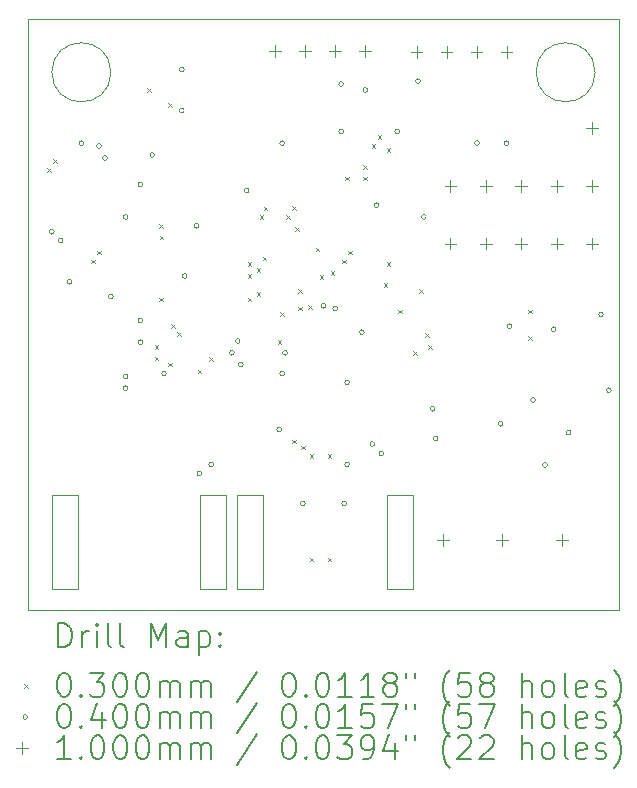
<source format=gbr>
%TF.GenerationSoftware,KiCad,Pcbnew,8.0.4*%
%TF.CreationDate,2024-08-17T22:41:11+02:00*%
%TF.ProjectId,Probe,50726f62-652e-46b6-9963-61645f706362,v1*%
%TF.SameCoordinates,Original*%
%TF.FileFunction,Drillmap*%
%TF.FilePolarity,Positive*%
%FSLAX45Y45*%
G04 Gerber Fmt 4.5, Leading zero omitted, Abs format (unit mm)*
G04 Created by KiCad (PCBNEW 8.0.4) date 2024-08-17 22:41:11*
%MOMM*%
%LPD*%
G01*
G04 APERTURE LIST*
%ADD10C,0.100000*%
%ADD11C,0.050000*%
%ADD12C,0.200000*%
G04 APERTURE END LIST*
D10*
X14800000Y-5450000D02*
G75*
G02*
X14300000Y-5450000I-250000J0D01*
G01*
X14300000Y-5450000D02*
G75*
G02*
X14800000Y-5450000I250000J0D01*
G01*
X10000000Y-5000000D02*
X15000000Y-5000000D01*
X15000000Y-10000000D01*
X10000000Y-10000000D01*
X10000000Y-5000000D01*
X10700000Y-5450000D02*
G75*
G02*
X10200000Y-5450000I-250000J0D01*
G01*
X10200000Y-5450000D02*
G75*
G02*
X10700000Y-5450000I250000J0D01*
G01*
D11*
X11765000Y-9025000D02*
X11985000Y-9025000D01*
X11985000Y-9825000D01*
X11765000Y-9825000D01*
X11765000Y-9025000D01*
X13260000Y-9825000D02*
X13040000Y-9825000D01*
X13040000Y-9025000D01*
X13260000Y-9025000D01*
X13260000Y-9825000D01*
X11672500Y-9825000D02*
X11452500Y-9825000D01*
X11452500Y-9025000D01*
X11672500Y-9025000D01*
X11672500Y-9825000D01*
X10202500Y-9025000D02*
X10422500Y-9025000D01*
X10422500Y-9825000D01*
X10202500Y-9825000D01*
X10202500Y-9025000D01*
D12*
D10*
X10160000Y-6260000D02*
X10190000Y-6290000D01*
X10190000Y-6260000D02*
X10160000Y-6290000D01*
X10210000Y-6185000D02*
X10240000Y-6215000D01*
X10240000Y-6185000D02*
X10210000Y-6215000D01*
X10535000Y-7035000D02*
X10565000Y-7065000D01*
X10565000Y-7035000D02*
X10535000Y-7065000D01*
X10585000Y-6960000D02*
X10615000Y-6990000D01*
X10615000Y-6960000D02*
X10585000Y-6990000D01*
X11010000Y-5585000D02*
X11040000Y-5615000D01*
X11040000Y-5585000D02*
X11010000Y-5615000D01*
X11072500Y-7760000D02*
X11102500Y-7790000D01*
X11102500Y-7760000D02*
X11072500Y-7790000D01*
X11072500Y-7860000D02*
X11102500Y-7890000D01*
X11102500Y-7860000D02*
X11072500Y-7890000D01*
X11110000Y-6735000D02*
X11140000Y-6765000D01*
X11140000Y-6735000D02*
X11110000Y-6765000D01*
X11110000Y-7360000D02*
X11140000Y-7390000D01*
X11140000Y-7360000D02*
X11110000Y-7390000D01*
X11113159Y-6831841D02*
X11143159Y-6861841D01*
X11143159Y-6831841D02*
X11113159Y-6861841D01*
X11185000Y-5710000D02*
X11215000Y-5740000D01*
X11215000Y-5710000D02*
X11185000Y-5740000D01*
X11185000Y-7910000D02*
X11215000Y-7940000D01*
X11215000Y-7910000D02*
X11185000Y-7940000D01*
X11210000Y-7585000D02*
X11240000Y-7615000D01*
X11240000Y-7585000D02*
X11210000Y-7615000D01*
X11260000Y-7652500D02*
X11290000Y-7682500D01*
X11290000Y-7652500D02*
X11260000Y-7682500D01*
X11435000Y-7968750D02*
X11465000Y-7998750D01*
X11465000Y-7968750D02*
X11435000Y-7998750D01*
X11535000Y-7862548D02*
X11565000Y-7892548D01*
X11565000Y-7862548D02*
X11535000Y-7892548D01*
X11860000Y-7060000D02*
X11890000Y-7090000D01*
X11890000Y-7060000D02*
X11860000Y-7090000D01*
X11860000Y-7160000D02*
X11890000Y-7190000D01*
X11890000Y-7160000D02*
X11860000Y-7190000D01*
X11860000Y-7360000D02*
X11890000Y-7390000D01*
X11890000Y-7360000D02*
X11860000Y-7390000D01*
X11935000Y-7110000D02*
X11965000Y-7140000D01*
X11965000Y-7110000D02*
X11935000Y-7140000D01*
X11935000Y-7310000D02*
X11965000Y-7340000D01*
X11965000Y-7310000D02*
X11935000Y-7340000D01*
X11960000Y-6660000D02*
X11990000Y-6690000D01*
X11990000Y-6660000D02*
X11960000Y-6690000D01*
X11985000Y-7010000D02*
X12015000Y-7040000D01*
X12015000Y-7010000D02*
X11985000Y-7040000D01*
X11994976Y-6587464D02*
X12024976Y-6617464D01*
X12024976Y-6587464D02*
X11994976Y-6617464D01*
X12112597Y-7718442D02*
X12142597Y-7748442D01*
X12142597Y-7718442D02*
X12112597Y-7748442D01*
X12135000Y-7482500D02*
X12165000Y-7512500D01*
X12165000Y-7482500D02*
X12135000Y-7512500D01*
X12185000Y-6660000D02*
X12215000Y-6690000D01*
X12215000Y-6660000D02*
X12185000Y-6690000D01*
X12235000Y-6585000D02*
X12265000Y-6615000D01*
X12265000Y-6585000D02*
X12235000Y-6615000D01*
X12235000Y-8560000D02*
X12265000Y-8590000D01*
X12265000Y-8560000D02*
X12235000Y-8590000D01*
X12260000Y-6760000D02*
X12290000Y-6790000D01*
X12290000Y-6760000D02*
X12260000Y-6790000D01*
X12285000Y-7285000D02*
X12315000Y-7315000D01*
X12315000Y-7285000D02*
X12285000Y-7315000D01*
X12285000Y-7435000D02*
X12315000Y-7465000D01*
X12315000Y-7435000D02*
X12285000Y-7465000D01*
X12310000Y-8610000D02*
X12340000Y-8640000D01*
X12340000Y-8610000D02*
X12310000Y-8640000D01*
X12370355Y-7420355D02*
X12400355Y-7450355D01*
X12400355Y-7420355D02*
X12370355Y-7450355D01*
X12385000Y-8685000D02*
X12415000Y-8715000D01*
X12415000Y-8685000D02*
X12385000Y-8715000D01*
X12385000Y-9560000D02*
X12415000Y-9590000D01*
X12415000Y-9560000D02*
X12385000Y-9590000D01*
X12435000Y-6935000D02*
X12465000Y-6965000D01*
X12465000Y-6935000D02*
X12435000Y-6965000D01*
X12470355Y-7170355D02*
X12500355Y-7200355D01*
X12500355Y-7170355D02*
X12470355Y-7200355D01*
X12535000Y-8685000D02*
X12565000Y-8715000D01*
X12565000Y-8685000D02*
X12535000Y-8715000D01*
X12535000Y-9560000D02*
X12565000Y-9590000D01*
X12565000Y-9560000D02*
X12535000Y-9590000D01*
X12560000Y-7135000D02*
X12590000Y-7165000D01*
X12590000Y-7135000D02*
X12560000Y-7165000D01*
X12660000Y-7035000D02*
X12690000Y-7065000D01*
X12690000Y-7035000D02*
X12660000Y-7065000D01*
X12685000Y-6335000D02*
X12715000Y-6365000D01*
X12715000Y-6335000D02*
X12685000Y-6365000D01*
X12710000Y-6960000D02*
X12740000Y-6990000D01*
X12740000Y-6960000D02*
X12710000Y-6990000D01*
X12835000Y-6235000D02*
X12865000Y-6265000D01*
X12865000Y-6235000D02*
X12835000Y-6265000D01*
X12835000Y-6335000D02*
X12865000Y-6365000D01*
X12865000Y-6335000D02*
X12835000Y-6365000D01*
X12910000Y-6060000D02*
X12940000Y-6090000D01*
X12940000Y-6060000D02*
X12910000Y-6090000D01*
X12960000Y-5985000D02*
X12990000Y-6015000D01*
X12990000Y-5985000D02*
X12960000Y-6015000D01*
X13010000Y-7235000D02*
X13040000Y-7265000D01*
X13040000Y-7235000D02*
X13010000Y-7265000D01*
X13035000Y-6095000D02*
X13065000Y-6125000D01*
X13065000Y-6095000D02*
X13035000Y-6125000D01*
X13035000Y-7060000D02*
X13065000Y-7090000D01*
X13065000Y-7060000D02*
X13035000Y-7090000D01*
X13135000Y-7460000D02*
X13165000Y-7490000D01*
X13165000Y-7460000D02*
X13135000Y-7490000D01*
X13260000Y-7810000D02*
X13290000Y-7840000D01*
X13290000Y-7810000D02*
X13260000Y-7840000D01*
X13310000Y-7285000D02*
X13340000Y-7315000D01*
X13340000Y-7285000D02*
X13310000Y-7315000D01*
X13360000Y-7660000D02*
X13390000Y-7690000D01*
X13390000Y-7660000D02*
X13360000Y-7690000D01*
X13385000Y-7760000D02*
X13415000Y-7790000D01*
X13415000Y-7760000D02*
X13385000Y-7790000D01*
X14235000Y-7460000D02*
X14265000Y-7490000D01*
X14265000Y-7460000D02*
X14235000Y-7490000D01*
X14235000Y-7685000D02*
X14265000Y-7715000D01*
X14265000Y-7685000D02*
X14235000Y-7715000D01*
X10220000Y-6800000D02*
G75*
G02*
X10180000Y-6800000I-20000J0D01*
G01*
X10180000Y-6800000D02*
G75*
G02*
X10220000Y-6800000I20000J0D01*
G01*
X10295000Y-6875000D02*
G75*
G02*
X10255000Y-6875000I-20000J0D01*
G01*
X10255000Y-6875000D02*
G75*
G02*
X10295000Y-6875000I20000J0D01*
G01*
X10370000Y-7225000D02*
G75*
G02*
X10330000Y-7225000I-20000J0D01*
G01*
X10330000Y-7225000D02*
G75*
G02*
X10370000Y-7225000I20000J0D01*
G01*
X10470000Y-6050000D02*
G75*
G02*
X10430000Y-6050000I-20000J0D01*
G01*
X10430000Y-6050000D02*
G75*
G02*
X10470000Y-6050000I20000J0D01*
G01*
X10620000Y-6075000D02*
G75*
G02*
X10580000Y-6075000I-20000J0D01*
G01*
X10580000Y-6075000D02*
G75*
G02*
X10620000Y-6075000I20000J0D01*
G01*
X10670000Y-6175000D02*
G75*
G02*
X10630000Y-6175000I-20000J0D01*
G01*
X10630000Y-6175000D02*
G75*
G02*
X10670000Y-6175000I20000J0D01*
G01*
X10720000Y-7350000D02*
G75*
G02*
X10680000Y-7350000I-20000J0D01*
G01*
X10680000Y-7350000D02*
G75*
G02*
X10720000Y-7350000I20000J0D01*
G01*
X10845000Y-6675000D02*
G75*
G02*
X10805000Y-6675000I-20000J0D01*
G01*
X10805000Y-6675000D02*
G75*
G02*
X10845000Y-6675000I20000J0D01*
G01*
X10845000Y-8025000D02*
G75*
G02*
X10805000Y-8025000I-20000J0D01*
G01*
X10805000Y-8025000D02*
G75*
G02*
X10845000Y-8025000I20000J0D01*
G01*
X10845000Y-8125000D02*
G75*
G02*
X10805000Y-8125000I-20000J0D01*
G01*
X10805000Y-8125000D02*
G75*
G02*
X10845000Y-8125000I20000J0D01*
G01*
X10970000Y-6400000D02*
G75*
G02*
X10930000Y-6400000I-20000J0D01*
G01*
X10930000Y-6400000D02*
G75*
G02*
X10970000Y-6400000I20000J0D01*
G01*
X10970000Y-7550000D02*
G75*
G02*
X10930000Y-7550000I-20000J0D01*
G01*
X10930000Y-7550000D02*
G75*
G02*
X10970000Y-7550000I20000J0D01*
G01*
X10970000Y-7735000D02*
G75*
G02*
X10930000Y-7735000I-20000J0D01*
G01*
X10930000Y-7735000D02*
G75*
G02*
X10970000Y-7735000I20000J0D01*
G01*
X11070000Y-6150000D02*
G75*
G02*
X11030000Y-6150000I-20000J0D01*
G01*
X11030000Y-6150000D02*
G75*
G02*
X11070000Y-6150000I20000J0D01*
G01*
X11170000Y-8000000D02*
G75*
G02*
X11130000Y-8000000I-20000J0D01*
G01*
X11130000Y-8000000D02*
G75*
G02*
X11170000Y-8000000I20000J0D01*
G01*
X11320000Y-5425000D02*
G75*
G02*
X11280000Y-5425000I-20000J0D01*
G01*
X11280000Y-5425000D02*
G75*
G02*
X11320000Y-5425000I20000J0D01*
G01*
X11320000Y-5775000D02*
G75*
G02*
X11280000Y-5775000I-20000J0D01*
G01*
X11280000Y-5775000D02*
G75*
G02*
X11320000Y-5775000I20000J0D01*
G01*
X11345000Y-7175000D02*
G75*
G02*
X11305000Y-7175000I-20000J0D01*
G01*
X11305000Y-7175000D02*
G75*
G02*
X11345000Y-7175000I20000J0D01*
G01*
X11445000Y-6750000D02*
G75*
G02*
X11405000Y-6750000I-20000J0D01*
G01*
X11405000Y-6750000D02*
G75*
G02*
X11445000Y-6750000I20000J0D01*
G01*
X11470000Y-8847500D02*
G75*
G02*
X11430000Y-8847500I-20000J0D01*
G01*
X11430000Y-8847500D02*
G75*
G02*
X11470000Y-8847500I20000J0D01*
G01*
X11570000Y-8770000D02*
G75*
G02*
X11530000Y-8770000I-20000J0D01*
G01*
X11530000Y-8770000D02*
G75*
G02*
X11570000Y-8770000I20000J0D01*
G01*
X11745000Y-7825000D02*
G75*
G02*
X11705000Y-7825000I-20000J0D01*
G01*
X11705000Y-7825000D02*
G75*
G02*
X11745000Y-7825000I20000J0D01*
G01*
X11795000Y-7725000D02*
G75*
G02*
X11755000Y-7725000I-20000J0D01*
G01*
X11755000Y-7725000D02*
G75*
G02*
X11795000Y-7725000I20000J0D01*
G01*
X11820000Y-7925000D02*
G75*
G02*
X11780000Y-7925000I-20000J0D01*
G01*
X11780000Y-7925000D02*
G75*
G02*
X11820000Y-7925000I20000J0D01*
G01*
X11870000Y-6450000D02*
G75*
G02*
X11830000Y-6450000I-20000J0D01*
G01*
X11830000Y-6450000D02*
G75*
G02*
X11870000Y-6450000I20000J0D01*
G01*
X12145000Y-8475000D02*
G75*
G02*
X12105000Y-8475000I-20000J0D01*
G01*
X12105000Y-8475000D02*
G75*
G02*
X12145000Y-8475000I20000J0D01*
G01*
X12170000Y-6050000D02*
G75*
G02*
X12130000Y-6050000I-20000J0D01*
G01*
X12130000Y-6050000D02*
G75*
G02*
X12170000Y-6050000I20000J0D01*
G01*
X12170000Y-8000000D02*
G75*
G02*
X12130000Y-8000000I-20000J0D01*
G01*
X12130000Y-8000000D02*
G75*
G02*
X12170000Y-8000000I20000J0D01*
G01*
X12195000Y-7825000D02*
G75*
G02*
X12155000Y-7825000I-20000J0D01*
G01*
X12155000Y-7825000D02*
G75*
G02*
X12195000Y-7825000I20000J0D01*
G01*
X12345000Y-9100000D02*
G75*
G02*
X12305000Y-9100000I-20000J0D01*
G01*
X12305000Y-9100000D02*
G75*
G02*
X12345000Y-9100000I20000J0D01*
G01*
X12520719Y-7427500D02*
G75*
G02*
X12480719Y-7427500I-20000J0D01*
G01*
X12480719Y-7427500D02*
G75*
G02*
X12520719Y-7427500I20000J0D01*
G01*
X12620000Y-7450000D02*
G75*
G02*
X12580000Y-7450000I-20000J0D01*
G01*
X12580000Y-7450000D02*
G75*
G02*
X12620000Y-7450000I20000J0D01*
G01*
X12670000Y-5550000D02*
G75*
G02*
X12630000Y-5550000I-20000J0D01*
G01*
X12630000Y-5550000D02*
G75*
G02*
X12670000Y-5550000I20000J0D01*
G01*
X12670000Y-5950000D02*
G75*
G02*
X12630000Y-5950000I-20000J0D01*
G01*
X12630000Y-5950000D02*
G75*
G02*
X12670000Y-5950000I20000J0D01*
G01*
X12695000Y-9100000D02*
G75*
G02*
X12655000Y-9100000I-20000J0D01*
G01*
X12655000Y-9100000D02*
G75*
G02*
X12695000Y-9100000I20000J0D01*
G01*
X12720000Y-8075000D02*
G75*
G02*
X12680000Y-8075000I-20000J0D01*
G01*
X12680000Y-8075000D02*
G75*
G02*
X12720000Y-8075000I20000J0D01*
G01*
X12720000Y-8770000D02*
G75*
G02*
X12680000Y-8770000I-20000J0D01*
G01*
X12680000Y-8770000D02*
G75*
G02*
X12720000Y-8770000I20000J0D01*
G01*
X12845000Y-7650000D02*
G75*
G02*
X12805000Y-7650000I-20000J0D01*
G01*
X12805000Y-7650000D02*
G75*
G02*
X12845000Y-7650000I20000J0D01*
G01*
X12875000Y-5600000D02*
G75*
G02*
X12835000Y-5600000I-20000J0D01*
G01*
X12835000Y-5600000D02*
G75*
G02*
X12875000Y-5600000I20000J0D01*
G01*
X12933358Y-8597500D02*
G75*
G02*
X12893358Y-8597500I-20000J0D01*
G01*
X12893358Y-8597500D02*
G75*
G02*
X12933358Y-8597500I20000J0D01*
G01*
X12970000Y-6575000D02*
G75*
G02*
X12930000Y-6575000I-20000J0D01*
G01*
X12930000Y-6575000D02*
G75*
G02*
X12970000Y-6575000I20000J0D01*
G01*
X13010858Y-8677500D02*
G75*
G02*
X12970858Y-8677500I-20000J0D01*
G01*
X12970858Y-8677500D02*
G75*
G02*
X13010858Y-8677500I20000J0D01*
G01*
X13145000Y-5950000D02*
G75*
G02*
X13105000Y-5950000I-20000J0D01*
G01*
X13105000Y-5950000D02*
G75*
G02*
X13145000Y-5950000I20000J0D01*
G01*
X13320000Y-5525000D02*
G75*
G02*
X13280000Y-5525000I-20000J0D01*
G01*
X13280000Y-5525000D02*
G75*
G02*
X13320000Y-5525000I20000J0D01*
G01*
X13370000Y-6675000D02*
G75*
G02*
X13330000Y-6675000I-20000J0D01*
G01*
X13330000Y-6675000D02*
G75*
G02*
X13370000Y-6675000I20000J0D01*
G01*
X13445000Y-8300000D02*
G75*
G02*
X13405000Y-8300000I-20000J0D01*
G01*
X13405000Y-8300000D02*
G75*
G02*
X13445000Y-8300000I20000J0D01*
G01*
X13470000Y-8550000D02*
G75*
G02*
X13430000Y-8550000I-20000J0D01*
G01*
X13430000Y-8550000D02*
G75*
G02*
X13470000Y-8550000I20000J0D01*
G01*
X13820000Y-6050000D02*
G75*
G02*
X13780000Y-6050000I-20000J0D01*
G01*
X13780000Y-6050000D02*
G75*
G02*
X13820000Y-6050000I20000J0D01*
G01*
X14020000Y-8425000D02*
G75*
G02*
X13980000Y-8425000I-20000J0D01*
G01*
X13980000Y-8425000D02*
G75*
G02*
X14020000Y-8425000I20000J0D01*
G01*
X14070000Y-6050000D02*
G75*
G02*
X14030000Y-6050000I-20000J0D01*
G01*
X14030000Y-6050000D02*
G75*
G02*
X14070000Y-6050000I20000J0D01*
G01*
X14095000Y-7600000D02*
G75*
G02*
X14055000Y-7600000I-20000J0D01*
G01*
X14055000Y-7600000D02*
G75*
G02*
X14095000Y-7600000I20000J0D01*
G01*
X14295000Y-8225000D02*
G75*
G02*
X14255000Y-8225000I-20000J0D01*
G01*
X14255000Y-8225000D02*
G75*
G02*
X14295000Y-8225000I20000J0D01*
G01*
X14395000Y-8775000D02*
G75*
G02*
X14355000Y-8775000I-20000J0D01*
G01*
X14355000Y-8775000D02*
G75*
G02*
X14395000Y-8775000I20000J0D01*
G01*
X14470000Y-7625000D02*
G75*
G02*
X14430000Y-7625000I-20000J0D01*
G01*
X14430000Y-7625000D02*
G75*
G02*
X14470000Y-7625000I20000J0D01*
G01*
X14595000Y-8500000D02*
G75*
G02*
X14555000Y-8500000I-20000J0D01*
G01*
X14555000Y-8500000D02*
G75*
G02*
X14595000Y-8500000I20000J0D01*
G01*
X14870000Y-7500000D02*
G75*
G02*
X14830000Y-7500000I-20000J0D01*
G01*
X14830000Y-7500000D02*
G75*
G02*
X14870000Y-7500000I20000J0D01*
G01*
X14936250Y-8141250D02*
G75*
G02*
X14896250Y-8141250I-20000J0D01*
G01*
X14896250Y-8141250D02*
G75*
G02*
X14936250Y-8141250I20000J0D01*
G01*
X12093000Y-5222500D02*
X12093000Y-5322500D01*
X12043000Y-5272500D02*
X12143000Y-5272500D01*
X12347000Y-5222500D02*
X12347000Y-5322500D01*
X12297000Y-5272500D02*
X12397000Y-5272500D01*
X12601000Y-5222500D02*
X12601000Y-5322500D01*
X12551000Y-5272500D02*
X12651000Y-5272500D01*
X12855000Y-5222500D02*
X12855000Y-5322500D01*
X12805000Y-5272500D02*
X12905000Y-5272500D01*
X13288000Y-5225000D02*
X13288000Y-5325000D01*
X13238000Y-5275000D02*
X13338000Y-5275000D01*
X13512500Y-9362500D02*
X13512500Y-9462500D01*
X13462500Y-9412500D02*
X13562500Y-9412500D01*
X13542000Y-5225000D02*
X13542000Y-5325000D01*
X13492000Y-5275000D02*
X13592000Y-5275000D01*
X13575000Y-6363500D02*
X13575000Y-6463500D01*
X13525000Y-6413500D02*
X13625000Y-6413500D01*
X13575000Y-6850000D02*
X13575000Y-6950000D01*
X13525000Y-6900000D02*
X13625000Y-6900000D01*
X13796000Y-5225000D02*
X13796000Y-5325000D01*
X13746000Y-5275000D02*
X13846000Y-5275000D01*
X13875000Y-6363500D02*
X13875000Y-6463500D01*
X13825000Y-6413500D02*
X13925000Y-6413500D01*
X13875000Y-6850000D02*
X13875000Y-6950000D01*
X13825000Y-6900000D02*
X13925000Y-6900000D01*
X14012500Y-9362500D02*
X14012500Y-9462500D01*
X13962500Y-9412500D02*
X14062500Y-9412500D01*
X14050000Y-5225000D02*
X14050000Y-5325000D01*
X14000000Y-5275000D02*
X14100000Y-5275000D01*
X14175000Y-6363500D02*
X14175000Y-6463500D01*
X14125000Y-6413500D02*
X14225000Y-6413500D01*
X14175000Y-6850000D02*
X14175000Y-6950000D01*
X14125000Y-6900000D02*
X14225000Y-6900000D01*
X14475000Y-6363500D02*
X14475000Y-6463500D01*
X14425000Y-6413500D02*
X14525000Y-6413500D01*
X14475000Y-6850000D02*
X14475000Y-6950000D01*
X14425000Y-6900000D02*
X14525000Y-6900000D01*
X14522500Y-9362500D02*
X14522500Y-9462500D01*
X14472500Y-9412500D02*
X14572500Y-9412500D01*
X14775000Y-5875000D02*
X14775000Y-5975000D01*
X14725000Y-5925000D02*
X14825000Y-5925000D01*
X14775000Y-6363500D02*
X14775000Y-6463500D01*
X14725000Y-6413500D02*
X14825000Y-6413500D01*
X14775000Y-6850000D02*
X14775000Y-6950000D01*
X14725000Y-6900000D02*
X14825000Y-6900000D01*
D12*
X10255777Y-10316484D02*
X10255777Y-10116484D01*
X10255777Y-10116484D02*
X10303396Y-10116484D01*
X10303396Y-10116484D02*
X10331967Y-10126008D01*
X10331967Y-10126008D02*
X10351015Y-10145055D01*
X10351015Y-10145055D02*
X10360539Y-10164103D01*
X10360539Y-10164103D02*
X10370063Y-10202198D01*
X10370063Y-10202198D02*
X10370063Y-10230770D01*
X10370063Y-10230770D02*
X10360539Y-10268865D01*
X10360539Y-10268865D02*
X10351015Y-10287912D01*
X10351015Y-10287912D02*
X10331967Y-10306960D01*
X10331967Y-10306960D02*
X10303396Y-10316484D01*
X10303396Y-10316484D02*
X10255777Y-10316484D01*
X10455777Y-10316484D02*
X10455777Y-10183150D01*
X10455777Y-10221246D02*
X10465301Y-10202198D01*
X10465301Y-10202198D02*
X10474824Y-10192674D01*
X10474824Y-10192674D02*
X10493872Y-10183150D01*
X10493872Y-10183150D02*
X10512920Y-10183150D01*
X10579586Y-10316484D02*
X10579586Y-10183150D01*
X10579586Y-10116484D02*
X10570063Y-10126008D01*
X10570063Y-10126008D02*
X10579586Y-10135531D01*
X10579586Y-10135531D02*
X10589110Y-10126008D01*
X10589110Y-10126008D02*
X10579586Y-10116484D01*
X10579586Y-10116484D02*
X10579586Y-10135531D01*
X10703396Y-10316484D02*
X10684348Y-10306960D01*
X10684348Y-10306960D02*
X10674824Y-10287912D01*
X10674824Y-10287912D02*
X10674824Y-10116484D01*
X10808158Y-10316484D02*
X10789110Y-10306960D01*
X10789110Y-10306960D02*
X10779586Y-10287912D01*
X10779586Y-10287912D02*
X10779586Y-10116484D01*
X11036729Y-10316484D02*
X11036729Y-10116484D01*
X11036729Y-10116484D02*
X11103396Y-10259341D01*
X11103396Y-10259341D02*
X11170063Y-10116484D01*
X11170063Y-10116484D02*
X11170063Y-10316484D01*
X11351015Y-10316484D02*
X11351015Y-10211722D01*
X11351015Y-10211722D02*
X11341491Y-10192674D01*
X11341491Y-10192674D02*
X11322443Y-10183150D01*
X11322443Y-10183150D02*
X11284348Y-10183150D01*
X11284348Y-10183150D02*
X11265301Y-10192674D01*
X11351015Y-10306960D02*
X11331967Y-10316484D01*
X11331967Y-10316484D02*
X11284348Y-10316484D01*
X11284348Y-10316484D02*
X11265301Y-10306960D01*
X11265301Y-10306960D02*
X11255777Y-10287912D01*
X11255777Y-10287912D02*
X11255777Y-10268865D01*
X11255777Y-10268865D02*
X11265301Y-10249817D01*
X11265301Y-10249817D02*
X11284348Y-10240293D01*
X11284348Y-10240293D02*
X11331967Y-10240293D01*
X11331967Y-10240293D02*
X11351015Y-10230770D01*
X11446253Y-10183150D02*
X11446253Y-10383150D01*
X11446253Y-10192674D02*
X11465301Y-10183150D01*
X11465301Y-10183150D02*
X11503396Y-10183150D01*
X11503396Y-10183150D02*
X11522443Y-10192674D01*
X11522443Y-10192674D02*
X11531967Y-10202198D01*
X11531967Y-10202198D02*
X11541491Y-10221246D01*
X11541491Y-10221246D02*
X11541491Y-10278389D01*
X11541491Y-10278389D02*
X11531967Y-10297436D01*
X11531967Y-10297436D02*
X11522443Y-10306960D01*
X11522443Y-10306960D02*
X11503396Y-10316484D01*
X11503396Y-10316484D02*
X11465301Y-10316484D01*
X11465301Y-10316484D02*
X11446253Y-10306960D01*
X11627205Y-10297436D02*
X11636729Y-10306960D01*
X11636729Y-10306960D02*
X11627205Y-10316484D01*
X11627205Y-10316484D02*
X11617682Y-10306960D01*
X11617682Y-10306960D02*
X11627205Y-10297436D01*
X11627205Y-10297436D02*
X11627205Y-10316484D01*
X11627205Y-10192674D02*
X11636729Y-10202198D01*
X11636729Y-10202198D02*
X11627205Y-10211722D01*
X11627205Y-10211722D02*
X11617682Y-10202198D01*
X11617682Y-10202198D02*
X11627205Y-10192674D01*
X11627205Y-10192674D02*
X11627205Y-10211722D01*
D10*
X9965000Y-10630000D02*
X9995000Y-10660000D01*
X9995000Y-10630000D02*
X9965000Y-10660000D01*
D12*
X10293872Y-10536484D02*
X10312920Y-10536484D01*
X10312920Y-10536484D02*
X10331967Y-10546008D01*
X10331967Y-10546008D02*
X10341491Y-10555531D01*
X10341491Y-10555531D02*
X10351015Y-10574579D01*
X10351015Y-10574579D02*
X10360539Y-10612674D01*
X10360539Y-10612674D02*
X10360539Y-10660293D01*
X10360539Y-10660293D02*
X10351015Y-10698389D01*
X10351015Y-10698389D02*
X10341491Y-10717436D01*
X10341491Y-10717436D02*
X10331967Y-10726960D01*
X10331967Y-10726960D02*
X10312920Y-10736484D01*
X10312920Y-10736484D02*
X10293872Y-10736484D01*
X10293872Y-10736484D02*
X10274824Y-10726960D01*
X10274824Y-10726960D02*
X10265301Y-10717436D01*
X10265301Y-10717436D02*
X10255777Y-10698389D01*
X10255777Y-10698389D02*
X10246253Y-10660293D01*
X10246253Y-10660293D02*
X10246253Y-10612674D01*
X10246253Y-10612674D02*
X10255777Y-10574579D01*
X10255777Y-10574579D02*
X10265301Y-10555531D01*
X10265301Y-10555531D02*
X10274824Y-10546008D01*
X10274824Y-10546008D02*
X10293872Y-10536484D01*
X10446253Y-10717436D02*
X10455777Y-10726960D01*
X10455777Y-10726960D02*
X10446253Y-10736484D01*
X10446253Y-10736484D02*
X10436729Y-10726960D01*
X10436729Y-10726960D02*
X10446253Y-10717436D01*
X10446253Y-10717436D02*
X10446253Y-10736484D01*
X10522444Y-10536484D02*
X10646253Y-10536484D01*
X10646253Y-10536484D02*
X10579586Y-10612674D01*
X10579586Y-10612674D02*
X10608158Y-10612674D01*
X10608158Y-10612674D02*
X10627205Y-10622198D01*
X10627205Y-10622198D02*
X10636729Y-10631722D01*
X10636729Y-10631722D02*
X10646253Y-10650770D01*
X10646253Y-10650770D02*
X10646253Y-10698389D01*
X10646253Y-10698389D02*
X10636729Y-10717436D01*
X10636729Y-10717436D02*
X10627205Y-10726960D01*
X10627205Y-10726960D02*
X10608158Y-10736484D01*
X10608158Y-10736484D02*
X10551015Y-10736484D01*
X10551015Y-10736484D02*
X10531967Y-10726960D01*
X10531967Y-10726960D02*
X10522444Y-10717436D01*
X10770063Y-10536484D02*
X10789110Y-10536484D01*
X10789110Y-10536484D02*
X10808158Y-10546008D01*
X10808158Y-10546008D02*
X10817682Y-10555531D01*
X10817682Y-10555531D02*
X10827205Y-10574579D01*
X10827205Y-10574579D02*
X10836729Y-10612674D01*
X10836729Y-10612674D02*
X10836729Y-10660293D01*
X10836729Y-10660293D02*
X10827205Y-10698389D01*
X10827205Y-10698389D02*
X10817682Y-10717436D01*
X10817682Y-10717436D02*
X10808158Y-10726960D01*
X10808158Y-10726960D02*
X10789110Y-10736484D01*
X10789110Y-10736484D02*
X10770063Y-10736484D01*
X10770063Y-10736484D02*
X10751015Y-10726960D01*
X10751015Y-10726960D02*
X10741491Y-10717436D01*
X10741491Y-10717436D02*
X10731967Y-10698389D01*
X10731967Y-10698389D02*
X10722444Y-10660293D01*
X10722444Y-10660293D02*
X10722444Y-10612674D01*
X10722444Y-10612674D02*
X10731967Y-10574579D01*
X10731967Y-10574579D02*
X10741491Y-10555531D01*
X10741491Y-10555531D02*
X10751015Y-10546008D01*
X10751015Y-10546008D02*
X10770063Y-10536484D01*
X10960539Y-10536484D02*
X10979586Y-10536484D01*
X10979586Y-10536484D02*
X10998634Y-10546008D01*
X10998634Y-10546008D02*
X11008158Y-10555531D01*
X11008158Y-10555531D02*
X11017682Y-10574579D01*
X11017682Y-10574579D02*
X11027205Y-10612674D01*
X11027205Y-10612674D02*
X11027205Y-10660293D01*
X11027205Y-10660293D02*
X11017682Y-10698389D01*
X11017682Y-10698389D02*
X11008158Y-10717436D01*
X11008158Y-10717436D02*
X10998634Y-10726960D01*
X10998634Y-10726960D02*
X10979586Y-10736484D01*
X10979586Y-10736484D02*
X10960539Y-10736484D01*
X10960539Y-10736484D02*
X10941491Y-10726960D01*
X10941491Y-10726960D02*
X10931967Y-10717436D01*
X10931967Y-10717436D02*
X10922444Y-10698389D01*
X10922444Y-10698389D02*
X10912920Y-10660293D01*
X10912920Y-10660293D02*
X10912920Y-10612674D01*
X10912920Y-10612674D02*
X10922444Y-10574579D01*
X10922444Y-10574579D02*
X10931967Y-10555531D01*
X10931967Y-10555531D02*
X10941491Y-10546008D01*
X10941491Y-10546008D02*
X10960539Y-10536484D01*
X11112920Y-10736484D02*
X11112920Y-10603150D01*
X11112920Y-10622198D02*
X11122444Y-10612674D01*
X11122444Y-10612674D02*
X11141491Y-10603150D01*
X11141491Y-10603150D02*
X11170063Y-10603150D01*
X11170063Y-10603150D02*
X11189110Y-10612674D01*
X11189110Y-10612674D02*
X11198634Y-10631722D01*
X11198634Y-10631722D02*
X11198634Y-10736484D01*
X11198634Y-10631722D02*
X11208158Y-10612674D01*
X11208158Y-10612674D02*
X11227205Y-10603150D01*
X11227205Y-10603150D02*
X11255777Y-10603150D01*
X11255777Y-10603150D02*
X11274824Y-10612674D01*
X11274824Y-10612674D02*
X11284348Y-10631722D01*
X11284348Y-10631722D02*
X11284348Y-10736484D01*
X11379586Y-10736484D02*
X11379586Y-10603150D01*
X11379586Y-10622198D02*
X11389110Y-10612674D01*
X11389110Y-10612674D02*
X11408158Y-10603150D01*
X11408158Y-10603150D02*
X11436729Y-10603150D01*
X11436729Y-10603150D02*
X11455777Y-10612674D01*
X11455777Y-10612674D02*
X11465301Y-10631722D01*
X11465301Y-10631722D02*
X11465301Y-10736484D01*
X11465301Y-10631722D02*
X11474824Y-10612674D01*
X11474824Y-10612674D02*
X11493872Y-10603150D01*
X11493872Y-10603150D02*
X11522443Y-10603150D01*
X11522443Y-10603150D02*
X11541491Y-10612674D01*
X11541491Y-10612674D02*
X11551015Y-10631722D01*
X11551015Y-10631722D02*
X11551015Y-10736484D01*
X11941491Y-10526960D02*
X11770063Y-10784103D01*
X12198634Y-10536484D02*
X12217682Y-10536484D01*
X12217682Y-10536484D02*
X12236729Y-10546008D01*
X12236729Y-10546008D02*
X12246253Y-10555531D01*
X12246253Y-10555531D02*
X12255777Y-10574579D01*
X12255777Y-10574579D02*
X12265301Y-10612674D01*
X12265301Y-10612674D02*
X12265301Y-10660293D01*
X12265301Y-10660293D02*
X12255777Y-10698389D01*
X12255777Y-10698389D02*
X12246253Y-10717436D01*
X12246253Y-10717436D02*
X12236729Y-10726960D01*
X12236729Y-10726960D02*
X12217682Y-10736484D01*
X12217682Y-10736484D02*
X12198634Y-10736484D01*
X12198634Y-10736484D02*
X12179586Y-10726960D01*
X12179586Y-10726960D02*
X12170063Y-10717436D01*
X12170063Y-10717436D02*
X12160539Y-10698389D01*
X12160539Y-10698389D02*
X12151015Y-10660293D01*
X12151015Y-10660293D02*
X12151015Y-10612674D01*
X12151015Y-10612674D02*
X12160539Y-10574579D01*
X12160539Y-10574579D02*
X12170063Y-10555531D01*
X12170063Y-10555531D02*
X12179586Y-10546008D01*
X12179586Y-10546008D02*
X12198634Y-10536484D01*
X12351015Y-10717436D02*
X12360539Y-10726960D01*
X12360539Y-10726960D02*
X12351015Y-10736484D01*
X12351015Y-10736484D02*
X12341491Y-10726960D01*
X12341491Y-10726960D02*
X12351015Y-10717436D01*
X12351015Y-10717436D02*
X12351015Y-10736484D01*
X12484348Y-10536484D02*
X12503396Y-10536484D01*
X12503396Y-10536484D02*
X12522444Y-10546008D01*
X12522444Y-10546008D02*
X12531967Y-10555531D01*
X12531967Y-10555531D02*
X12541491Y-10574579D01*
X12541491Y-10574579D02*
X12551015Y-10612674D01*
X12551015Y-10612674D02*
X12551015Y-10660293D01*
X12551015Y-10660293D02*
X12541491Y-10698389D01*
X12541491Y-10698389D02*
X12531967Y-10717436D01*
X12531967Y-10717436D02*
X12522444Y-10726960D01*
X12522444Y-10726960D02*
X12503396Y-10736484D01*
X12503396Y-10736484D02*
X12484348Y-10736484D01*
X12484348Y-10736484D02*
X12465301Y-10726960D01*
X12465301Y-10726960D02*
X12455777Y-10717436D01*
X12455777Y-10717436D02*
X12446253Y-10698389D01*
X12446253Y-10698389D02*
X12436729Y-10660293D01*
X12436729Y-10660293D02*
X12436729Y-10612674D01*
X12436729Y-10612674D02*
X12446253Y-10574579D01*
X12446253Y-10574579D02*
X12455777Y-10555531D01*
X12455777Y-10555531D02*
X12465301Y-10546008D01*
X12465301Y-10546008D02*
X12484348Y-10536484D01*
X12741491Y-10736484D02*
X12627206Y-10736484D01*
X12684348Y-10736484D02*
X12684348Y-10536484D01*
X12684348Y-10536484D02*
X12665301Y-10565055D01*
X12665301Y-10565055D02*
X12646253Y-10584103D01*
X12646253Y-10584103D02*
X12627206Y-10593627D01*
X12931967Y-10736484D02*
X12817682Y-10736484D01*
X12874825Y-10736484D02*
X12874825Y-10536484D01*
X12874825Y-10536484D02*
X12855777Y-10565055D01*
X12855777Y-10565055D02*
X12836729Y-10584103D01*
X12836729Y-10584103D02*
X12817682Y-10593627D01*
X13046253Y-10622198D02*
X13027206Y-10612674D01*
X13027206Y-10612674D02*
X13017682Y-10603150D01*
X13017682Y-10603150D02*
X13008158Y-10584103D01*
X13008158Y-10584103D02*
X13008158Y-10574579D01*
X13008158Y-10574579D02*
X13017682Y-10555531D01*
X13017682Y-10555531D02*
X13027206Y-10546008D01*
X13027206Y-10546008D02*
X13046253Y-10536484D01*
X13046253Y-10536484D02*
X13084348Y-10536484D01*
X13084348Y-10536484D02*
X13103396Y-10546008D01*
X13103396Y-10546008D02*
X13112920Y-10555531D01*
X13112920Y-10555531D02*
X13122444Y-10574579D01*
X13122444Y-10574579D02*
X13122444Y-10584103D01*
X13122444Y-10584103D02*
X13112920Y-10603150D01*
X13112920Y-10603150D02*
X13103396Y-10612674D01*
X13103396Y-10612674D02*
X13084348Y-10622198D01*
X13084348Y-10622198D02*
X13046253Y-10622198D01*
X13046253Y-10622198D02*
X13027206Y-10631722D01*
X13027206Y-10631722D02*
X13017682Y-10641246D01*
X13017682Y-10641246D02*
X13008158Y-10660293D01*
X13008158Y-10660293D02*
X13008158Y-10698389D01*
X13008158Y-10698389D02*
X13017682Y-10717436D01*
X13017682Y-10717436D02*
X13027206Y-10726960D01*
X13027206Y-10726960D02*
X13046253Y-10736484D01*
X13046253Y-10736484D02*
X13084348Y-10736484D01*
X13084348Y-10736484D02*
X13103396Y-10726960D01*
X13103396Y-10726960D02*
X13112920Y-10717436D01*
X13112920Y-10717436D02*
X13122444Y-10698389D01*
X13122444Y-10698389D02*
X13122444Y-10660293D01*
X13122444Y-10660293D02*
X13112920Y-10641246D01*
X13112920Y-10641246D02*
X13103396Y-10631722D01*
X13103396Y-10631722D02*
X13084348Y-10622198D01*
X13198634Y-10536484D02*
X13198634Y-10574579D01*
X13274825Y-10536484D02*
X13274825Y-10574579D01*
X13570063Y-10812674D02*
X13560539Y-10803150D01*
X13560539Y-10803150D02*
X13541491Y-10774579D01*
X13541491Y-10774579D02*
X13531968Y-10755531D01*
X13531968Y-10755531D02*
X13522444Y-10726960D01*
X13522444Y-10726960D02*
X13512920Y-10679341D01*
X13512920Y-10679341D02*
X13512920Y-10641246D01*
X13512920Y-10641246D02*
X13522444Y-10593627D01*
X13522444Y-10593627D02*
X13531968Y-10565055D01*
X13531968Y-10565055D02*
X13541491Y-10546008D01*
X13541491Y-10546008D02*
X13560539Y-10517436D01*
X13560539Y-10517436D02*
X13570063Y-10507912D01*
X13741491Y-10536484D02*
X13646253Y-10536484D01*
X13646253Y-10536484D02*
X13636729Y-10631722D01*
X13636729Y-10631722D02*
X13646253Y-10622198D01*
X13646253Y-10622198D02*
X13665301Y-10612674D01*
X13665301Y-10612674D02*
X13712920Y-10612674D01*
X13712920Y-10612674D02*
X13731968Y-10622198D01*
X13731968Y-10622198D02*
X13741491Y-10631722D01*
X13741491Y-10631722D02*
X13751015Y-10650770D01*
X13751015Y-10650770D02*
X13751015Y-10698389D01*
X13751015Y-10698389D02*
X13741491Y-10717436D01*
X13741491Y-10717436D02*
X13731968Y-10726960D01*
X13731968Y-10726960D02*
X13712920Y-10736484D01*
X13712920Y-10736484D02*
X13665301Y-10736484D01*
X13665301Y-10736484D02*
X13646253Y-10726960D01*
X13646253Y-10726960D02*
X13636729Y-10717436D01*
X13865301Y-10622198D02*
X13846253Y-10612674D01*
X13846253Y-10612674D02*
X13836729Y-10603150D01*
X13836729Y-10603150D02*
X13827206Y-10584103D01*
X13827206Y-10584103D02*
X13827206Y-10574579D01*
X13827206Y-10574579D02*
X13836729Y-10555531D01*
X13836729Y-10555531D02*
X13846253Y-10546008D01*
X13846253Y-10546008D02*
X13865301Y-10536484D01*
X13865301Y-10536484D02*
X13903396Y-10536484D01*
X13903396Y-10536484D02*
X13922444Y-10546008D01*
X13922444Y-10546008D02*
X13931968Y-10555531D01*
X13931968Y-10555531D02*
X13941491Y-10574579D01*
X13941491Y-10574579D02*
X13941491Y-10584103D01*
X13941491Y-10584103D02*
X13931968Y-10603150D01*
X13931968Y-10603150D02*
X13922444Y-10612674D01*
X13922444Y-10612674D02*
X13903396Y-10622198D01*
X13903396Y-10622198D02*
X13865301Y-10622198D01*
X13865301Y-10622198D02*
X13846253Y-10631722D01*
X13846253Y-10631722D02*
X13836729Y-10641246D01*
X13836729Y-10641246D02*
X13827206Y-10660293D01*
X13827206Y-10660293D02*
X13827206Y-10698389D01*
X13827206Y-10698389D02*
X13836729Y-10717436D01*
X13836729Y-10717436D02*
X13846253Y-10726960D01*
X13846253Y-10726960D02*
X13865301Y-10736484D01*
X13865301Y-10736484D02*
X13903396Y-10736484D01*
X13903396Y-10736484D02*
X13922444Y-10726960D01*
X13922444Y-10726960D02*
X13931968Y-10717436D01*
X13931968Y-10717436D02*
X13941491Y-10698389D01*
X13941491Y-10698389D02*
X13941491Y-10660293D01*
X13941491Y-10660293D02*
X13931968Y-10641246D01*
X13931968Y-10641246D02*
X13922444Y-10631722D01*
X13922444Y-10631722D02*
X13903396Y-10622198D01*
X14179587Y-10736484D02*
X14179587Y-10536484D01*
X14265301Y-10736484D02*
X14265301Y-10631722D01*
X14265301Y-10631722D02*
X14255777Y-10612674D01*
X14255777Y-10612674D02*
X14236730Y-10603150D01*
X14236730Y-10603150D02*
X14208158Y-10603150D01*
X14208158Y-10603150D02*
X14189110Y-10612674D01*
X14189110Y-10612674D02*
X14179587Y-10622198D01*
X14389110Y-10736484D02*
X14370063Y-10726960D01*
X14370063Y-10726960D02*
X14360539Y-10717436D01*
X14360539Y-10717436D02*
X14351015Y-10698389D01*
X14351015Y-10698389D02*
X14351015Y-10641246D01*
X14351015Y-10641246D02*
X14360539Y-10622198D01*
X14360539Y-10622198D02*
X14370063Y-10612674D01*
X14370063Y-10612674D02*
X14389110Y-10603150D01*
X14389110Y-10603150D02*
X14417682Y-10603150D01*
X14417682Y-10603150D02*
X14436730Y-10612674D01*
X14436730Y-10612674D02*
X14446253Y-10622198D01*
X14446253Y-10622198D02*
X14455777Y-10641246D01*
X14455777Y-10641246D02*
X14455777Y-10698389D01*
X14455777Y-10698389D02*
X14446253Y-10717436D01*
X14446253Y-10717436D02*
X14436730Y-10726960D01*
X14436730Y-10726960D02*
X14417682Y-10736484D01*
X14417682Y-10736484D02*
X14389110Y-10736484D01*
X14570063Y-10736484D02*
X14551015Y-10726960D01*
X14551015Y-10726960D02*
X14541491Y-10707912D01*
X14541491Y-10707912D02*
X14541491Y-10536484D01*
X14722444Y-10726960D02*
X14703396Y-10736484D01*
X14703396Y-10736484D02*
X14665301Y-10736484D01*
X14665301Y-10736484D02*
X14646253Y-10726960D01*
X14646253Y-10726960D02*
X14636730Y-10707912D01*
X14636730Y-10707912D02*
X14636730Y-10631722D01*
X14636730Y-10631722D02*
X14646253Y-10612674D01*
X14646253Y-10612674D02*
X14665301Y-10603150D01*
X14665301Y-10603150D02*
X14703396Y-10603150D01*
X14703396Y-10603150D02*
X14722444Y-10612674D01*
X14722444Y-10612674D02*
X14731968Y-10631722D01*
X14731968Y-10631722D02*
X14731968Y-10650770D01*
X14731968Y-10650770D02*
X14636730Y-10669817D01*
X14808158Y-10726960D02*
X14827206Y-10736484D01*
X14827206Y-10736484D02*
X14865301Y-10736484D01*
X14865301Y-10736484D02*
X14884349Y-10726960D01*
X14884349Y-10726960D02*
X14893872Y-10707912D01*
X14893872Y-10707912D02*
X14893872Y-10698389D01*
X14893872Y-10698389D02*
X14884349Y-10679341D01*
X14884349Y-10679341D02*
X14865301Y-10669817D01*
X14865301Y-10669817D02*
X14836730Y-10669817D01*
X14836730Y-10669817D02*
X14817682Y-10660293D01*
X14817682Y-10660293D02*
X14808158Y-10641246D01*
X14808158Y-10641246D02*
X14808158Y-10631722D01*
X14808158Y-10631722D02*
X14817682Y-10612674D01*
X14817682Y-10612674D02*
X14836730Y-10603150D01*
X14836730Y-10603150D02*
X14865301Y-10603150D01*
X14865301Y-10603150D02*
X14884349Y-10612674D01*
X14960539Y-10812674D02*
X14970063Y-10803150D01*
X14970063Y-10803150D02*
X14989111Y-10774579D01*
X14989111Y-10774579D02*
X14998634Y-10755531D01*
X14998634Y-10755531D02*
X15008158Y-10726960D01*
X15008158Y-10726960D02*
X15017682Y-10679341D01*
X15017682Y-10679341D02*
X15017682Y-10641246D01*
X15017682Y-10641246D02*
X15008158Y-10593627D01*
X15008158Y-10593627D02*
X14998634Y-10565055D01*
X14998634Y-10565055D02*
X14989111Y-10546008D01*
X14989111Y-10546008D02*
X14970063Y-10517436D01*
X14970063Y-10517436D02*
X14960539Y-10507912D01*
D10*
X9995000Y-10909000D02*
G75*
G02*
X9955000Y-10909000I-20000J0D01*
G01*
X9955000Y-10909000D02*
G75*
G02*
X9995000Y-10909000I20000J0D01*
G01*
D12*
X10293872Y-10800484D02*
X10312920Y-10800484D01*
X10312920Y-10800484D02*
X10331967Y-10810008D01*
X10331967Y-10810008D02*
X10341491Y-10819531D01*
X10341491Y-10819531D02*
X10351015Y-10838579D01*
X10351015Y-10838579D02*
X10360539Y-10876674D01*
X10360539Y-10876674D02*
X10360539Y-10924293D01*
X10360539Y-10924293D02*
X10351015Y-10962389D01*
X10351015Y-10962389D02*
X10341491Y-10981436D01*
X10341491Y-10981436D02*
X10331967Y-10990960D01*
X10331967Y-10990960D02*
X10312920Y-11000484D01*
X10312920Y-11000484D02*
X10293872Y-11000484D01*
X10293872Y-11000484D02*
X10274824Y-10990960D01*
X10274824Y-10990960D02*
X10265301Y-10981436D01*
X10265301Y-10981436D02*
X10255777Y-10962389D01*
X10255777Y-10962389D02*
X10246253Y-10924293D01*
X10246253Y-10924293D02*
X10246253Y-10876674D01*
X10246253Y-10876674D02*
X10255777Y-10838579D01*
X10255777Y-10838579D02*
X10265301Y-10819531D01*
X10265301Y-10819531D02*
X10274824Y-10810008D01*
X10274824Y-10810008D02*
X10293872Y-10800484D01*
X10446253Y-10981436D02*
X10455777Y-10990960D01*
X10455777Y-10990960D02*
X10446253Y-11000484D01*
X10446253Y-11000484D02*
X10436729Y-10990960D01*
X10436729Y-10990960D02*
X10446253Y-10981436D01*
X10446253Y-10981436D02*
X10446253Y-11000484D01*
X10627205Y-10867150D02*
X10627205Y-11000484D01*
X10579586Y-10790960D02*
X10531967Y-10933817D01*
X10531967Y-10933817D02*
X10655777Y-10933817D01*
X10770063Y-10800484D02*
X10789110Y-10800484D01*
X10789110Y-10800484D02*
X10808158Y-10810008D01*
X10808158Y-10810008D02*
X10817682Y-10819531D01*
X10817682Y-10819531D02*
X10827205Y-10838579D01*
X10827205Y-10838579D02*
X10836729Y-10876674D01*
X10836729Y-10876674D02*
X10836729Y-10924293D01*
X10836729Y-10924293D02*
X10827205Y-10962389D01*
X10827205Y-10962389D02*
X10817682Y-10981436D01*
X10817682Y-10981436D02*
X10808158Y-10990960D01*
X10808158Y-10990960D02*
X10789110Y-11000484D01*
X10789110Y-11000484D02*
X10770063Y-11000484D01*
X10770063Y-11000484D02*
X10751015Y-10990960D01*
X10751015Y-10990960D02*
X10741491Y-10981436D01*
X10741491Y-10981436D02*
X10731967Y-10962389D01*
X10731967Y-10962389D02*
X10722444Y-10924293D01*
X10722444Y-10924293D02*
X10722444Y-10876674D01*
X10722444Y-10876674D02*
X10731967Y-10838579D01*
X10731967Y-10838579D02*
X10741491Y-10819531D01*
X10741491Y-10819531D02*
X10751015Y-10810008D01*
X10751015Y-10810008D02*
X10770063Y-10800484D01*
X10960539Y-10800484D02*
X10979586Y-10800484D01*
X10979586Y-10800484D02*
X10998634Y-10810008D01*
X10998634Y-10810008D02*
X11008158Y-10819531D01*
X11008158Y-10819531D02*
X11017682Y-10838579D01*
X11017682Y-10838579D02*
X11027205Y-10876674D01*
X11027205Y-10876674D02*
X11027205Y-10924293D01*
X11027205Y-10924293D02*
X11017682Y-10962389D01*
X11017682Y-10962389D02*
X11008158Y-10981436D01*
X11008158Y-10981436D02*
X10998634Y-10990960D01*
X10998634Y-10990960D02*
X10979586Y-11000484D01*
X10979586Y-11000484D02*
X10960539Y-11000484D01*
X10960539Y-11000484D02*
X10941491Y-10990960D01*
X10941491Y-10990960D02*
X10931967Y-10981436D01*
X10931967Y-10981436D02*
X10922444Y-10962389D01*
X10922444Y-10962389D02*
X10912920Y-10924293D01*
X10912920Y-10924293D02*
X10912920Y-10876674D01*
X10912920Y-10876674D02*
X10922444Y-10838579D01*
X10922444Y-10838579D02*
X10931967Y-10819531D01*
X10931967Y-10819531D02*
X10941491Y-10810008D01*
X10941491Y-10810008D02*
X10960539Y-10800484D01*
X11112920Y-11000484D02*
X11112920Y-10867150D01*
X11112920Y-10886198D02*
X11122444Y-10876674D01*
X11122444Y-10876674D02*
X11141491Y-10867150D01*
X11141491Y-10867150D02*
X11170063Y-10867150D01*
X11170063Y-10867150D02*
X11189110Y-10876674D01*
X11189110Y-10876674D02*
X11198634Y-10895722D01*
X11198634Y-10895722D02*
X11198634Y-11000484D01*
X11198634Y-10895722D02*
X11208158Y-10876674D01*
X11208158Y-10876674D02*
X11227205Y-10867150D01*
X11227205Y-10867150D02*
X11255777Y-10867150D01*
X11255777Y-10867150D02*
X11274824Y-10876674D01*
X11274824Y-10876674D02*
X11284348Y-10895722D01*
X11284348Y-10895722D02*
X11284348Y-11000484D01*
X11379586Y-11000484D02*
X11379586Y-10867150D01*
X11379586Y-10886198D02*
X11389110Y-10876674D01*
X11389110Y-10876674D02*
X11408158Y-10867150D01*
X11408158Y-10867150D02*
X11436729Y-10867150D01*
X11436729Y-10867150D02*
X11455777Y-10876674D01*
X11455777Y-10876674D02*
X11465301Y-10895722D01*
X11465301Y-10895722D02*
X11465301Y-11000484D01*
X11465301Y-10895722D02*
X11474824Y-10876674D01*
X11474824Y-10876674D02*
X11493872Y-10867150D01*
X11493872Y-10867150D02*
X11522443Y-10867150D01*
X11522443Y-10867150D02*
X11541491Y-10876674D01*
X11541491Y-10876674D02*
X11551015Y-10895722D01*
X11551015Y-10895722D02*
X11551015Y-11000484D01*
X11941491Y-10790960D02*
X11770063Y-11048103D01*
X12198634Y-10800484D02*
X12217682Y-10800484D01*
X12217682Y-10800484D02*
X12236729Y-10810008D01*
X12236729Y-10810008D02*
X12246253Y-10819531D01*
X12246253Y-10819531D02*
X12255777Y-10838579D01*
X12255777Y-10838579D02*
X12265301Y-10876674D01*
X12265301Y-10876674D02*
X12265301Y-10924293D01*
X12265301Y-10924293D02*
X12255777Y-10962389D01*
X12255777Y-10962389D02*
X12246253Y-10981436D01*
X12246253Y-10981436D02*
X12236729Y-10990960D01*
X12236729Y-10990960D02*
X12217682Y-11000484D01*
X12217682Y-11000484D02*
X12198634Y-11000484D01*
X12198634Y-11000484D02*
X12179586Y-10990960D01*
X12179586Y-10990960D02*
X12170063Y-10981436D01*
X12170063Y-10981436D02*
X12160539Y-10962389D01*
X12160539Y-10962389D02*
X12151015Y-10924293D01*
X12151015Y-10924293D02*
X12151015Y-10876674D01*
X12151015Y-10876674D02*
X12160539Y-10838579D01*
X12160539Y-10838579D02*
X12170063Y-10819531D01*
X12170063Y-10819531D02*
X12179586Y-10810008D01*
X12179586Y-10810008D02*
X12198634Y-10800484D01*
X12351015Y-10981436D02*
X12360539Y-10990960D01*
X12360539Y-10990960D02*
X12351015Y-11000484D01*
X12351015Y-11000484D02*
X12341491Y-10990960D01*
X12341491Y-10990960D02*
X12351015Y-10981436D01*
X12351015Y-10981436D02*
X12351015Y-11000484D01*
X12484348Y-10800484D02*
X12503396Y-10800484D01*
X12503396Y-10800484D02*
X12522444Y-10810008D01*
X12522444Y-10810008D02*
X12531967Y-10819531D01*
X12531967Y-10819531D02*
X12541491Y-10838579D01*
X12541491Y-10838579D02*
X12551015Y-10876674D01*
X12551015Y-10876674D02*
X12551015Y-10924293D01*
X12551015Y-10924293D02*
X12541491Y-10962389D01*
X12541491Y-10962389D02*
X12531967Y-10981436D01*
X12531967Y-10981436D02*
X12522444Y-10990960D01*
X12522444Y-10990960D02*
X12503396Y-11000484D01*
X12503396Y-11000484D02*
X12484348Y-11000484D01*
X12484348Y-11000484D02*
X12465301Y-10990960D01*
X12465301Y-10990960D02*
X12455777Y-10981436D01*
X12455777Y-10981436D02*
X12446253Y-10962389D01*
X12446253Y-10962389D02*
X12436729Y-10924293D01*
X12436729Y-10924293D02*
X12436729Y-10876674D01*
X12436729Y-10876674D02*
X12446253Y-10838579D01*
X12446253Y-10838579D02*
X12455777Y-10819531D01*
X12455777Y-10819531D02*
X12465301Y-10810008D01*
X12465301Y-10810008D02*
X12484348Y-10800484D01*
X12741491Y-11000484D02*
X12627206Y-11000484D01*
X12684348Y-11000484D02*
X12684348Y-10800484D01*
X12684348Y-10800484D02*
X12665301Y-10829055D01*
X12665301Y-10829055D02*
X12646253Y-10848103D01*
X12646253Y-10848103D02*
X12627206Y-10857627D01*
X12922444Y-10800484D02*
X12827206Y-10800484D01*
X12827206Y-10800484D02*
X12817682Y-10895722D01*
X12817682Y-10895722D02*
X12827206Y-10886198D01*
X12827206Y-10886198D02*
X12846253Y-10876674D01*
X12846253Y-10876674D02*
X12893872Y-10876674D01*
X12893872Y-10876674D02*
X12912920Y-10886198D01*
X12912920Y-10886198D02*
X12922444Y-10895722D01*
X12922444Y-10895722D02*
X12931967Y-10914770D01*
X12931967Y-10914770D02*
X12931967Y-10962389D01*
X12931967Y-10962389D02*
X12922444Y-10981436D01*
X12922444Y-10981436D02*
X12912920Y-10990960D01*
X12912920Y-10990960D02*
X12893872Y-11000484D01*
X12893872Y-11000484D02*
X12846253Y-11000484D01*
X12846253Y-11000484D02*
X12827206Y-10990960D01*
X12827206Y-10990960D02*
X12817682Y-10981436D01*
X12998634Y-10800484D02*
X13131967Y-10800484D01*
X13131967Y-10800484D02*
X13046253Y-11000484D01*
X13198634Y-10800484D02*
X13198634Y-10838579D01*
X13274825Y-10800484D02*
X13274825Y-10838579D01*
X13570063Y-11076674D02*
X13560539Y-11067150D01*
X13560539Y-11067150D02*
X13541491Y-11038579D01*
X13541491Y-11038579D02*
X13531968Y-11019531D01*
X13531968Y-11019531D02*
X13522444Y-10990960D01*
X13522444Y-10990960D02*
X13512920Y-10943341D01*
X13512920Y-10943341D02*
X13512920Y-10905246D01*
X13512920Y-10905246D02*
X13522444Y-10857627D01*
X13522444Y-10857627D02*
X13531968Y-10829055D01*
X13531968Y-10829055D02*
X13541491Y-10810008D01*
X13541491Y-10810008D02*
X13560539Y-10781436D01*
X13560539Y-10781436D02*
X13570063Y-10771912D01*
X13741491Y-10800484D02*
X13646253Y-10800484D01*
X13646253Y-10800484D02*
X13636729Y-10895722D01*
X13636729Y-10895722D02*
X13646253Y-10886198D01*
X13646253Y-10886198D02*
X13665301Y-10876674D01*
X13665301Y-10876674D02*
X13712920Y-10876674D01*
X13712920Y-10876674D02*
X13731968Y-10886198D01*
X13731968Y-10886198D02*
X13741491Y-10895722D01*
X13741491Y-10895722D02*
X13751015Y-10914770D01*
X13751015Y-10914770D02*
X13751015Y-10962389D01*
X13751015Y-10962389D02*
X13741491Y-10981436D01*
X13741491Y-10981436D02*
X13731968Y-10990960D01*
X13731968Y-10990960D02*
X13712920Y-11000484D01*
X13712920Y-11000484D02*
X13665301Y-11000484D01*
X13665301Y-11000484D02*
X13646253Y-10990960D01*
X13646253Y-10990960D02*
X13636729Y-10981436D01*
X13817682Y-10800484D02*
X13951015Y-10800484D01*
X13951015Y-10800484D02*
X13865301Y-11000484D01*
X14179587Y-11000484D02*
X14179587Y-10800484D01*
X14265301Y-11000484D02*
X14265301Y-10895722D01*
X14265301Y-10895722D02*
X14255777Y-10876674D01*
X14255777Y-10876674D02*
X14236730Y-10867150D01*
X14236730Y-10867150D02*
X14208158Y-10867150D01*
X14208158Y-10867150D02*
X14189110Y-10876674D01*
X14189110Y-10876674D02*
X14179587Y-10886198D01*
X14389110Y-11000484D02*
X14370063Y-10990960D01*
X14370063Y-10990960D02*
X14360539Y-10981436D01*
X14360539Y-10981436D02*
X14351015Y-10962389D01*
X14351015Y-10962389D02*
X14351015Y-10905246D01*
X14351015Y-10905246D02*
X14360539Y-10886198D01*
X14360539Y-10886198D02*
X14370063Y-10876674D01*
X14370063Y-10876674D02*
X14389110Y-10867150D01*
X14389110Y-10867150D02*
X14417682Y-10867150D01*
X14417682Y-10867150D02*
X14436730Y-10876674D01*
X14436730Y-10876674D02*
X14446253Y-10886198D01*
X14446253Y-10886198D02*
X14455777Y-10905246D01*
X14455777Y-10905246D02*
X14455777Y-10962389D01*
X14455777Y-10962389D02*
X14446253Y-10981436D01*
X14446253Y-10981436D02*
X14436730Y-10990960D01*
X14436730Y-10990960D02*
X14417682Y-11000484D01*
X14417682Y-11000484D02*
X14389110Y-11000484D01*
X14570063Y-11000484D02*
X14551015Y-10990960D01*
X14551015Y-10990960D02*
X14541491Y-10971912D01*
X14541491Y-10971912D02*
X14541491Y-10800484D01*
X14722444Y-10990960D02*
X14703396Y-11000484D01*
X14703396Y-11000484D02*
X14665301Y-11000484D01*
X14665301Y-11000484D02*
X14646253Y-10990960D01*
X14646253Y-10990960D02*
X14636730Y-10971912D01*
X14636730Y-10971912D02*
X14636730Y-10895722D01*
X14636730Y-10895722D02*
X14646253Y-10876674D01*
X14646253Y-10876674D02*
X14665301Y-10867150D01*
X14665301Y-10867150D02*
X14703396Y-10867150D01*
X14703396Y-10867150D02*
X14722444Y-10876674D01*
X14722444Y-10876674D02*
X14731968Y-10895722D01*
X14731968Y-10895722D02*
X14731968Y-10914770D01*
X14731968Y-10914770D02*
X14636730Y-10933817D01*
X14808158Y-10990960D02*
X14827206Y-11000484D01*
X14827206Y-11000484D02*
X14865301Y-11000484D01*
X14865301Y-11000484D02*
X14884349Y-10990960D01*
X14884349Y-10990960D02*
X14893872Y-10971912D01*
X14893872Y-10971912D02*
X14893872Y-10962389D01*
X14893872Y-10962389D02*
X14884349Y-10943341D01*
X14884349Y-10943341D02*
X14865301Y-10933817D01*
X14865301Y-10933817D02*
X14836730Y-10933817D01*
X14836730Y-10933817D02*
X14817682Y-10924293D01*
X14817682Y-10924293D02*
X14808158Y-10905246D01*
X14808158Y-10905246D02*
X14808158Y-10895722D01*
X14808158Y-10895722D02*
X14817682Y-10876674D01*
X14817682Y-10876674D02*
X14836730Y-10867150D01*
X14836730Y-10867150D02*
X14865301Y-10867150D01*
X14865301Y-10867150D02*
X14884349Y-10876674D01*
X14960539Y-11076674D02*
X14970063Y-11067150D01*
X14970063Y-11067150D02*
X14989111Y-11038579D01*
X14989111Y-11038579D02*
X14998634Y-11019531D01*
X14998634Y-11019531D02*
X15008158Y-10990960D01*
X15008158Y-10990960D02*
X15017682Y-10943341D01*
X15017682Y-10943341D02*
X15017682Y-10905246D01*
X15017682Y-10905246D02*
X15008158Y-10857627D01*
X15008158Y-10857627D02*
X14998634Y-10829055D01*
X14998634Y-10829055D02*
X14989111Y-10810008D01*
X14989111Y-10810008D02*
X14970063Y-10781436D01*
X14970063Y-10781436D02*
X14960539Y-10771912D01*
D10*
X9945000Y-11123000D02*
X9945000Y-11223000D01*
X9895000Y-11173000D02*
X9995000Y-11173000D01*
D12*
X10360539Y-11264484D02*
X10246253Y-11264484D01*
X10303396Y-11264484D02*
X10303396Y-11064484D01*
X10303396Y-11064484D02*
X10284348Y-11093055D01*
X10284348Y-11093055D02*
X10265301Y-11112103D01*
X10265301Y-11112103D02*
X10246253Y-11121627D01*
X10446253Y-11245436D02*
X10455777Y-11254960D01*
X10455777Y-11254960D02*
X10446253Y-11264484D01*
X10446253Y-11264484D02*
X10436729Y-11254960D01*
X10436729Y-11254960D02*
X10446253Y-11245436D01*
X10446253Y-11245436D02*
X10446253Y-11264484D01*
X10579586Y-11064484D02*
X10598634Y-11064484D01*
X10598634Y-11064484D02*
X10617682Y-11074008D01*
X10617682Y-11074008D02*
X10627205Y-11083531D01*
X10627205Y-11083531D02*
X10636729Y-11102579D01*
X10636729Y-11102579D02*
X10646253Y-11140674D01*
X10646253Y-11140674D02*
X10646253Y-11188293D01*
X10646253Y-11188293D02*
X10636729Y-11226388D01*
X10636729Y-11226388D02*
X10627205Y-11245436D01*
X10627205Y-11245436D02*
X10617682Y-11254960D01*
X10617682Y-11254960D02*
X10598634Y-11264484D01*
X10598634Y-11264484D02*
X10579586Y-11264484D01*
X10579586Y-11264484D02*
X10560539Y-11254960D01*
X10560539Y-11254960D02*
X10551015Y-11245436D01*
X10551015Y-11245436D02*
X10541491Y-11226388D01*
X10541491Y-11226388D02*
X10531967Y-11188293D01*
X10531967Y-11188293D02*
X10531967Y-11140674D01*
X10531967Y-11140674D02*
X10541491Y-11102579D01*
X10541491Y-11102579D02*
X10551015Y-11083531D01*
X10551015Y-11083531D02*
X10560539Y-11074008D01*
X10560539Y-11074008D02*
X10579586Y-11064484D01*
X10770063Y-11064484D02*
X10789110Y-11064484D01*
X10789110Y-11064484D02*
X10808158Y-11074008D01*
X10808158Y-11074008D02*
X10817682Y-11083531D01*
X10817682Y-11083531D02*
X10827205Y-11102579D01*
X10827205Y-11102579D02*
X10836729Y-11140674D01*
X10836729Y-11140674D02*
X10836729Y-11188293D01*
X10836729Y-11188293D02*
X10827205Y-11226388D01*
X10827205Y-11226388D02*
X10817682Y-11245436D01*
X10817682Y-11245436D02*
X10808158Y-11254960D01*
X10808158Y-11254960D02*
X10789110Y-11264484D01*
X10789110Y-11264484D02*
X10770063Y-11264484D01*
X10770063Y-11264484D02*
X10751015Y-11254960D01*
X10751015Y-11254960D02*
X10741491Y-11245436D01*
X10741491Y-11245436D02*
X10731967Y-11226388D01*
X10731967Y-11226388D02*
X10722444Y-11188293D01*
X10722444Y-11188293D02*
X10722444Y-11140674D01*
X10722444Y-11140674D02*
X10731967Y-11102579D01*
X10731967Y-11102579D02*
X10741491Y-11083531D01*
X10741491Y-11083531D02*
X10751015Y-11074008D01*
X10751015Y-11074008D02*
X10770063Y-11064484D01*
X10960539Y-11064484D02*
X10979586Y-11064484D01*
X10979586Y-11064484D02*
X10998634Y-11074008D01*
X10998634Y-11074008D02*
X11008158Y-11083531D01*
X11008158Y-11083531D02*
X11017682Y-11102579D01*
X11017682Y-11102579D02*
X11027205Y-11140674D01*
X11027205Y-11140674D02*
X11027205Y-11188293D01*
X11027205Y-11188293D02*
X11017682Y-11226388D01*
X11017682Y-11226388D02*
X11008158Y-11245436D01*
X11008158Y-11245436D02*
X10998634Y-11254960D01*
X10998634Y-11254960D02*
X10979586Y-11264484D01*
X10979586Y-11264484D02*
X10960539Y-11264484D01*
X10960539Y-11264484D02*
X10941491Y-11254960D01*
X10941491Y-11254960D02*
X10931967Y-11245436D01*
X10931967Y-11245436D02*
X10922444Y-11226388D01*
X10922444Y-11226388D02*
X10912920Y-11188293D01*
X10912920Y-11188293D02*
X10912920Y-11140674D01*
X10912920Y-11140674D02*
X10922444Y-11102579D01*
X10922444Y-11102579D02*
X10931967Y-11083531D01*
X10931967Y-11083531D02*
X10941491Y-11074008D01*
X10941491Y-11074008D02*
X10960539Y-11064484D01*
X11112920Y-11264484D02*
X11112920Y-11131150D01*
X11112920Y-11150198D02*
X11122444Y-11140674D01*
X11122444Y-11140674D02*
X11141491Y-11131150D01*
X11141491Y-11131150D02*
X11170063Y-11131150D01*
X11170063Y-11131150D02*
X11189110Y-11140674D01*
X11189110Y-11140674D02*
X11198634Y-11159722D01*
X11198634Y-11159722D02*
X11198634Y-11264484D01*
X11198634Y-11159722D02*
X11208158Y-11140674D01*
X11208158Y-11140674D02*
X11227205Y-11131150D01*
X11227205Y-11131150D02*
X11255777Y-11131150D01*
X11255777Y-11131150D02*
X11274824Y-11140674D01*
X11274824Y-11140674D02*
X11284348Y-11159722D01*
X11284348Y-11159722D02*
X11284348Y-11264484D01*
X11379586Y-11264484D02*
X11379586Y-11131150D01*
X11379586Y-11150198D02*
X11389110Y-11140674D01*
X11389110Y-11140674D02*
X11408158Y-11131150D01*
X11408158Y-11131150D02*
X11436729Y-11131150D01*
X11436729Y-11131150D02*
X11455777Y-11140674D01*
X11455777Y-11140674D02*
X11465301Y-11159722D01*
X11465301Y-11159722D02*
X11465301Y-11264484D01*
X11465301Y-11159722D02*
X11474824Y-11140674D01*
X11474824Y-11140674D02*
X11493872Y-11131150D01*
X11493872Y-11131150D02*
X11522443Y-11131150D01*
X11522443Y-11131150D02*
X11541491Y-11140674D01*
X11541491Y-11140674D02*
X11551015Y-11159722D01*
X11551015Y-11159722D02*
X11551015Y-11264484D01*
X11941491Y-11054960D02*
X11770063Y-11312103D01*
X12198634Y-11064484D02*
X12217682Y-11064484D01*
X12217682Y-11064484D02*
X12236729Y-11074008D01*
X12236729Y-11074008D02*
X12246253Y-11083531D01*
X12246253Y-11083531D02*
X12255777Y-11102579D01*
X12255777Y-11102579D02*
X12265301Y-11140674D01*
X12265301Y-11140674D02*
X12265301Y-11188293D01*
X12265301Y-11188293D02*
X12255777Y-11226388D01*
X12255777Y-11226388D02*
X12246253Y-11245436D01*
X12246253Y-11245436D02*
X12236729Y-11254960D01*
X12236729Y-11254960D02*
X12217682Y-11264484D01*
X12217682Y-11264484D02*
X12198634Y-11264484D01*
X12198634Y-11264484D02*
X12179586Y-11254960D01*
X12179586Y-11254960D02*
X12170063Y-11245436D01*
X12170063Y-11245436D02*
X12160539Y-11226388D01*
X12160539Y-11226388D02*
X12151015Y-11188293D01*
X12151015Y-11188293D02*
X12151015Y-11140674D01*
X12151015Y-11140674D02*
X12160539Y-11102579D01*
X12160539Y-11102579D02*
X12170063Y-11083531D01*
X12170063Y-11083531D02*
X12179586Y-11074008D01*
X12179586Y-11074008D02*
X12198634Y-11064484D01*
X12351015Y-11245436D02*
X12360539Y-11254960D01*
X12360539Y-11254960D02*
X12351015Y-11264484D01*
X12351015Y-11264484D02*
X12341491Y-11254960D01*
X12341491Y-11254960D02*
X12351015Y-11245436D01*
X12351015Y-11245436D02*
X12351015Y-11264484D01*
X12484348Y-11064484D02*
X12503396Y-11064484D01*
X12503396Y-11064484D02*
X12522444Y-11074008D01*
X12522444Y-11074008D02*
X12531967Y-11083531D01*
X12531967Y-11083531D02*
X12541491Y-11102579D01*
X12541491Y-11102579D02*
X12551015Y-11140674D01*
X12551015Y-11140674D02*
X12551015Y-11188293D01*
X12551015Y-11188293D02*
X12541491Y-11226388D01*
X12541491Y-11226388D02*
X12531967Y-11245436D01*
X12531967Y-11245436D02*
X12522444Y-11254960D01*
X12522444Y-11254960D02*
X12503396Y-11264484D01*
X12503396Y-11264484D02*
X12484348Y-11264484D01*
X12484348Y-11264484D02*
X12465301Y-11254960D01*
X12465301Y-11254960D02*
X12455777Y-11245436D01*
X12455777Y-11245436D02*
X12446253Y-11226388D01*
X12446253Y-11226388D02*
X12436729Y-11188293D01*
X12436729Y-11188293D02*
X12436729Y-11140674D01*
X12436729Y-11140674D02*
X12446253Y-11102579D01*
X12446253Y-11102579D02*
X12455777Y-11083531D01*
X12455777Y-11083531D02*
X12465301Y-11074008D01*
X12465301Y-11074008D02*
X12484348Y-11064484D01*
X12617682Y-11064484D02*
X12741491Y-11064484D01*
X12741491Y-11064484D02*
X12674825Y-11140674D01*
X12674825Y-11140674D02*
X12703396Y-11140674D01*
X12703396Y-11140674D02*
X12722444Y-11150198D01*
X12722444Y-11150198D02*
X12731967Y-11159722D01*
X12731967Y-11159722D02*
X12741491Y-11178770D01*
X12741491Y-11178770D02*
X12741491Y-11226388D01*
X12741491Y-11226388D02*
X12731967Y-11245436D01*
X12731967Y-11245436D02*
X12722444Y-11254960D01*
X12722444Y-11254960D02*
X12703396Y-11264484D01*
X12703396Y-11264484D02*
X12646253Y-11264484D01*
X12646253Y-11264484D02*
X12627206Y-11254960D01*
X12627206Y-11254960D02*
X12617682Y-11245436D01*
X12836729Y-11264484D02*
X12874825Y-11264484D01*
X12874825Y-11264484D02*
X12893872Y-11254960D01*
X12893872Y-11254960D02*
X12903396Y-11245436D01*
X12903396Y-11245436D02*
X12922444Y-11216865D01*
X12922444Y-11216865D02*
X12931967Y-11178770D01*
X12931967Y-11178770D02*
X12931967Y-11102579D01*
X12931967Y-11102579D02*
X12922444Y-11083531D01*
X12922444Y-11083531D02*
X12912920Y-11074008D01*
X12912920Y-11074008D02*
X12893872Y-11064484D01*
X12893872Y-11064484D02*
X12855777Y-11064484D01*
X12855777Y-11064484D02*
X12836729Y-11074008D01*
X12836729Y-11074008D02*
X12827206Y-11083531D01*
X12827206Y-11083531D02*
X12817682Y-11102579D01*
X12817682Y-11102579D02*
X12817682Y-11150198D01*
X12817682Y-11150198D02*
X12827206Y-11169246D01*
X12827206Y-11169246D02*
X12836729Y-11178770D01*
X12836729Y-11178770D02*
X12855777Y-11188293D01*
X12855777Y-11188293D02*
X12893872Y-11188293D01*
X12893872Y-11188293D02*
X12912920Y-11178770D01*
X12912920Y-11178770D02*
X12922444Y-11169246D01*
X12922444Y-11169246D02*
X12931967Y-11150198D01*
X13103396Y-11131150D02*
X13103396Y-11264484D01*
X13055777Y-11054960D02*
X13008158Y-11197817D01*
X13008158Y-11197817D02*
X13131967Y-11197817D01*
X13198634Y-11064484D02*
X13198634Y-11102579D01*
X13274825Y-11064484D02*
X13274825Y-11102579D01*
X13570063Y-11340674D02*
X13560539Y-11331150D01*
X13560539Y-11331150D02*
X13541491Y-11302579D01*
X13541491Y-11302579D02*
X13531968Y-11283531D01*
X13531968Y-11283531D02*
X13522444Y-11254960D01*
X13522444Y-11254960D02*
X13512920Y-11207341D01*
X13512920Y-11207341D02*
X13512920Y-11169246D01*
X13512920Y-11169246D02*
X13522444Y-11121627D01*
X13522444Y-11121627D02*
X13531968Y-11093055D01*
X13531968Y-11093055D02*
X13541491Y-11074008D01*
X13541491Y-11074008D02*
X13560539Y-11045436D01*
X13560539Y-11045436D02*
X13570063Y-11035912D01*
X13636729Y-11083531D02*
X13646253Y-11074008D01*
X13646253Y-11074008D02*
X13665301Y-11064484D01*
X13665301Y-11064484D02*
X13712920Y-11064484D01*
X13712920Y-11064484D02*
X13731968Y-11074008D01*
X13731968Y-11074008D02*
X13741491Y-11083531D01*
X13741491Y-11083531D02*
X13751015Y-11102579D01*
X13751015Y-11102579D02*
X13751015Y-11121627D01*
X13751015Y-11121627D02*
X13741491Y-11150198D01*
X13741491Y-11150198D02*
X13627206Y-11264484D01*
X13627206Y-11264484D02*
X13751015Y-11264484D01*
X13827206Y-11083531D02*
X13836729Y-11074008D01*
X13836729Y-11074008D02*
X13855777Y-11064484D01*
X13855777Y-11064484D02*
X13903396Y-11064484D01*
X13903396Y-11064484D02*
X13922444Y-11074008D01*
X13922444Y-11074008D02*
X13931968Y-11083531D01*
X13931968Y-11083531D02*
X13941491Y-11102579D01*
X13941491Y-11102579D02*
X13941491Y-11121627D01*
X13941491Y-11121627D02*
X13931968Y-11150198D01*
X13931968Y-11150198D02*
X13817682Y-11264484D01*
X13817682Y-11264484D02*
X13941491Y-11264484D01*
X14179587Y-11264484D02*
X14179587Y-11064484D01*
X14265301Y-11264484D02*
X14265301Y-11159722D01*
X14265301Y-11159722D02*
X14255777Y-11140674D01*
X14255777Y-11140674D02*
X14236730Y-11131150D01*
X14236730Y-11131150D02*
X14208158Y-11131150D01*
X14208158Y-11131150D02*
X14189110Y-11140674D01*
X14189110Y-11140674D02*
X14179587Y-11150198D01*
X14389110Y-11264484D02*
X14370063Y-11254960D01*
X14370063Y-11254960D02*
X14360539Y-11245436D01*
X14360539Y-11245436D02*
X14351015Y-11226388D01*
X14351015Y-11226388D02*
X14351015Y-11169246D01*
X14351015Y-11169246D02*
X14360539Y-11150198D01*
X14360539Y-11150198D02*
X14370063Y-11140674D01*
X14370063Y-11140674D02*
X14389110Y-11131150D01*
X14389110Y-11131150D02*
X14417682Y-11131150D01*
X14417682Y-11131150D02*
X14436730Y-11140674D01*
X14436730Y-11140674D02*
X14446253Y-11150198D01*
X14446253Y-11150198D02*
X14455777Y-11169246D01*
X14455777Y-11169246D02*
X14455777Y-11226388D01*
X14455777Y-11226388D02*
X14446253Y-11245436D01*
X14446253Y-11245436D02*
X14436730Y-11254960D01*
X14436730Y-11254960D02*
X14417682Y-11264484D01*
X14417682Y-11264484D02*
X14389110Y-11264484D01*
X14570063Y-11264484D02*
X14551015Y-11254960D01*
X14551015Y-11254960D02*
X14541491Y-11235912D01*
X14541491Y-11235912D02*
X14541491Y-11064484D01*
X14722444Y-11254960D02*
X14703396Y-11264484D01*
X14703396Y-11264484D02*
X14665301Y-11264484D01*
X14665301Y-11264484D02*
X14646253Y-11254960D01*
X14646253Y-11254960D02*
X14636730Y-11235912D01*
X14636730Y-11235912D02*
X14636730Y-11159722D01*
X14636730Y-11159722D02*
X14646253Y-11140674D01*
X14646253Y-11140674D02*
X14665301Y-11131150D01*
X14665301Y-11131150D02*
X14703396Y-11131150D01*
X14703396Y-11131150D02*
X14722444Y-11140674D01*
X14722444Y-11140674D02*
X14731968Y-11159722D01*
X14731968Y-11159722D02*
X14731968Y-11178770D01*
X14731968Y-11178770D02*
X14636730Y-11197817D01*
X14808158Y-11254960D02*
X14827206Y-11264484D01*
X14827206Y-11264484D02*
X14865301Y-11264484D01*
X14865301Y-11264484D02*
X14884349Y-11254960D01*
X14884349Y-11254960D02*
X14893872Y-11235912D01*
X14893872Y-11235912D02*
X14893872Y-11226388D01*
X14893872Y-11226388D02*
X14884349Y-11207341D01*
X14884349Y-11207341D02*
X14865301Y-11197817D01*
X14865301Y-11197817D02*
X14836730Y-11197817D01*
X14836730Y-11197817D02*
X14817682Y-11188293D01*
X14817682Y-11188293D02*
X14808158Y-11169246D01*
X14808158Y-11169246D02*
X14808158Y-11159722D01*
X14808158Y-11159722D02*
X14817682Y-11140674D01*
X14817682Y-11140674D02*
X14836730Y-11131150D01*
X14836730Y-11131150D02*
X14865301Y-11131150D01*
X14865301Y-11131150D02*
X14884349Y-11140674D01*
X14960539Y-11340674D02*
X14970063Y-11331150D01*
X14970063Y-11331150D02*
X14989111Y-11302579D01*
X14989111Y-11302579D02*
X14998634Y-11283531D01*
X14998634Y-11283531D02*
X15008158Y-11254960D01*
X15008158Y-11254960D02*
X15017682Y-11207341D01*
X15017682Y-11207341D02*
X15017682Y-11169246D01*
X15017682Y-11169246D02*
X15008158Y-11121627D01*
X15008158Y-11121627D02*
X14998634Y-11093055D01*
X14998634Y-11093055D02*
X14989111Y-11074008D01*
X14989111Y-11074008D02*
X14970063Y-11045436D01*
X14970063Y-11045436D02*
X14960539Y-11035912D01*
M02*

</source>
